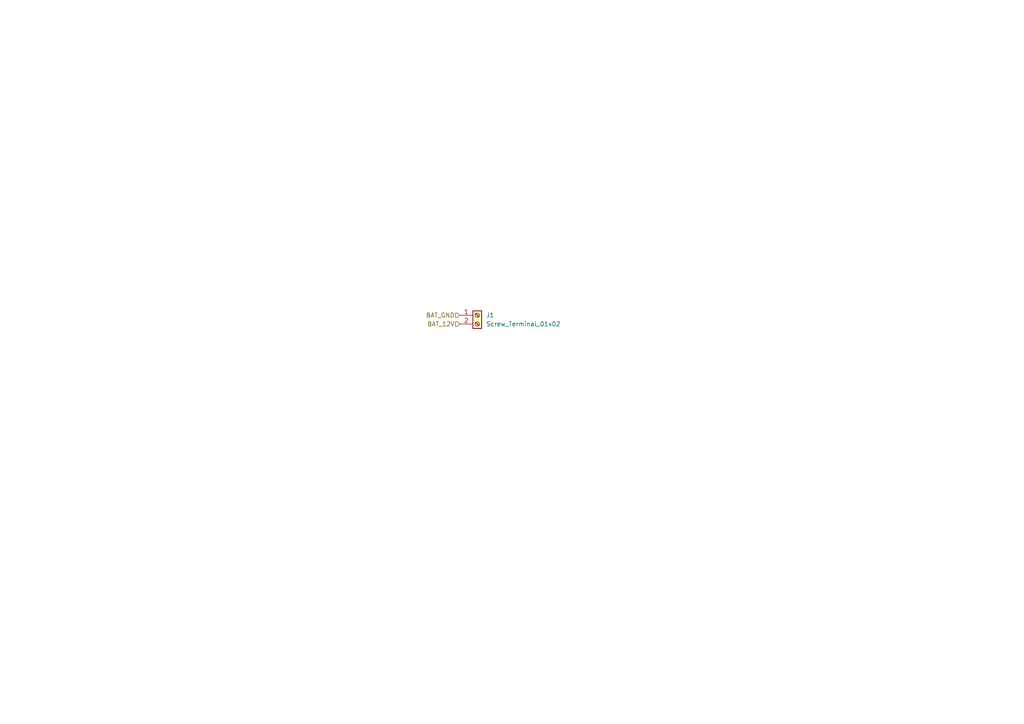
<source format=kicad_sch>
(kicad_sch (version 20231120) (generator "eeschema") (generator_version "8.0")
  (paper "A4")
  (lib_symbols
    (symbol "Connector:Screw_Terminal_01x02" (pin_names (offset 1.016) hide)
      (property "Reference" "J" (at 0 2.54 0))
      (property "Value" "Screw_Terminal_01x02" (at 0 -5.08 0))
      (symbol "Screw_Terminal_01x02_1_1"
        (rectangle (start -1.27 1.27) (end 1.27 -3.81) (stroke (width 0.254)) (fill (type background)))
        (circle (center 0 -2.54) (radius 0.635) (stroke (width 0.1524)))
        (polyline (pts (xy -0.5334 -2.2098) (xy 0.3302 -3.048)) (stroke (width 0.1524)))
        (polyline (pts (xy -0.5334 0.3302) (xy 0.3302 -0.508)) (stroke (width 0.1524)))
        (polyline (pts (xy -0.3556 -2.032) (xy 0.508 -2.8702)) (stroke (width 0.1524)))
        (polyline (pts (xy -0.3556 0.508) (xy 0.508 -0.3302)) (stroke (width 0.1524)))
        (circle (center 0 0) (radius 0.635) (stroke (width 0.1524)))
        (pin passive line (at -5.08 0 0) (length 3.81) (name "Pin_1") (number "1"))
        (pin passive line (at -5.08 -2.54 0) (length 3.81) (name "Pin_2") (number "2"))
      )
    )
  )
  (hierarchical_label "BAT_GND" (shape input) (at 133.35 91.44 180))
  (hierarchical_label "BAT_12V" (shape input) (at 133.35 93.98 180))
  (symbol (lib_id "Connector:Screw_Terminal_01x02") (at 138.43 91.44 0) (unit 1)
    (property "Reference" "J1" (at 140.97 91.4399 0) (effects (justify left)))
    (property "Value" "Screw_Terminal_01x02" (at 140.97 93.9799 0) (effects (justify left)))
    (property "Description" "Generic screw terminal, single row, 01x02, script generated (kicad-library-utils/schlib/autogen/connector/)" (effects (hide yes)))
  )
)
</source>
